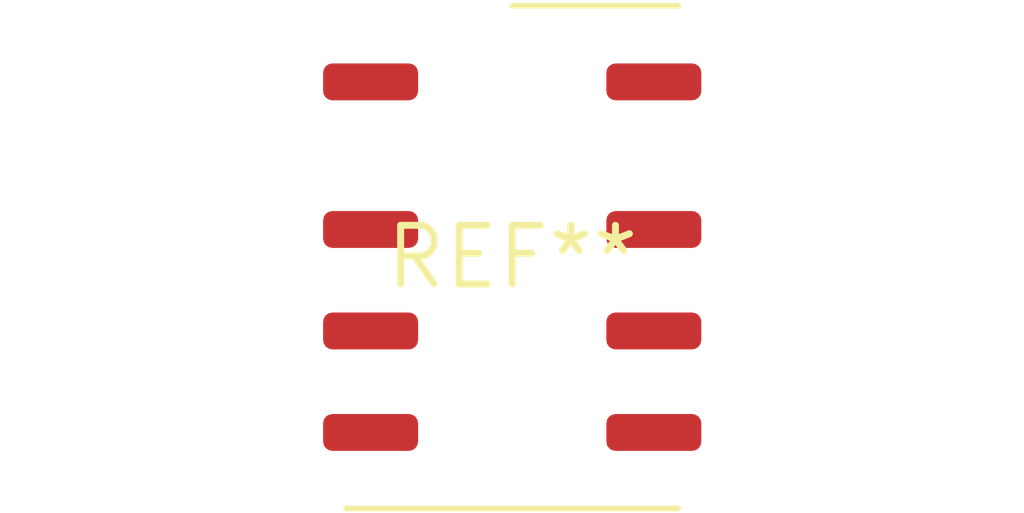
<source format=kicad_pcb>
(kicad_pcb (version 20240108) (generator pcbnew)
  (layers (0 "F.Cu" signal) (31 "B.Cu" signal) (34 "B.Paste" user) (35 "F.Paste" user) (36 "B.SilkS" user "B.Silkscreen") (37 "F.SilkS" user "F.Silkscreen") (38 "B.Mask" user) (39 "F.Mask" user) (44 "Edge.Cuts" user))
  (net 0 "")
  (footprint "Relay_Fujitsu_FTR-B3S" (layer "F.Cu") (at 0 0)
    (property "Reference" "REF**")
    (property "Value" "Relay_Fujitsu_FTR-B3S")
    (fp_line (start -3.6 5.45) (end 3.6 5.45) (layer "F.SilkS") (stroke (width 0.12)))
    (fp_line (start 0 -5.45) (end 3.6 -5.45) (layer "F.SilkS") (stroke (width 0.12)))
    (pad "1" smd roundrect (at -3.07 -3.8) (size 2.06 0.8) (layers "F.Cu" "F.Paste" "F.Mask"))
    (pad "2" smd roundrect (at -3.07 -0.6) (size 2.06 0.8) (layers "F.Cu" "F.Paste" "F.Mask"))
    (pad "3" smd roundrect (at -3.07 1.6) (size 2.06 0.8) (layers "F.Cu" "F.Paste" "F.Mask"))
    (pad "4" smd roundrect (at -3.07 3.8) (size 2.06 0.8) (layers "F.Cu" "F.Paste" "F.Mask"))
    (pad "5" smd roundrect (at 3.07 3.8) (size 2.06 0.8) (layers "F.Cu" "F.Paste" "F.Mask"))
    (pad "6" smd roundrect (at 3.07 1.6) (size 2.06 0.8) (layers "F.Cu" "F.Paste" "F.Mask"))
    (pad "7" smd roundrect (at 3.07 -0.6) (size 2.06 0.8) (layers "F.Cu" "F.Paste" "F.Mask"))
    (pad "8" smd roundrect (at 3.07 -3.8) (size 2.06 0.8) (layers "F.Cu" "F.Paste" "F.Mask"))
  )
)
</source>
